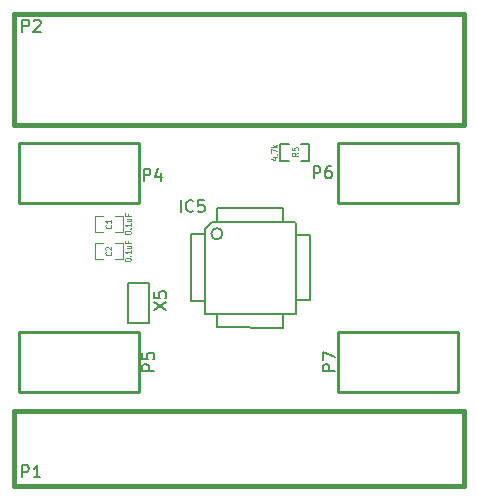
<source format=gto>
G04 (created by PCBNEW (2013-mar-13)-testing) date Tue 23 Sep 2014 12:36:19 PM PDT*
%MOIN*%
G04 Gerber Fmt 3.4, Leading zero omitted, Abs format*
%FSLAX34Y34*%
G01*
G70*
G90*
G04 APERTURE LIST*
%ADD10C,0.005906*%
%ADD11C,0.015000*%
%ADD12C,0.004700*%
%ADD13C,0.006000*%
%ADD14C,0.005000*%
%ADD15C,0.008000*%
%ADD16C,0.010000*%
%ADD17C,0.004500*%
G04 APERTURE END LIST*
G54D10*
G54D11*
X35059Y-35425D02*
X35059Y-32925D01*
X33609Y-35425D02*
X35059Y-35425D01*
X33609Y-32925D02*
X35009Y-32925D01*
X35009Y-32925D02*
X35059Y-32925D01*
X21559Y-32925D02*
X20059Y-32925D01*
X20059Y-32925D02*
X20059Y-35425D01*
X20059Y-35425D02*
X22059Y-35425D01*
X21559Y-32925D02*
X33559Y-32925D01*
X21559Y-35425D02*
X33559Y-35425D01*
X33559Y-19693D02*
X35059Y-19693D01*
X35059Y-19693D02*
X35059Y-19993D01*
X21559Y-19693D02*
X20059Y-19693D01*
X20059Y-19693D02*
X20059Y-19893D01*
X21559Y-23393D02*
X20059Y-23393D01*
X20059Y-23393D02*
X20059Y-19893D01*
X33559Y-23393D02*
X35059Y-23393D01*
X35059Y-23393D02*
X35059Y-19893D01*
X33559Y-23393D02*
X21559Y-23393D01*
X21559Y-19693D02*
X33559Y-19693D01*
G54D12*
X23031Y-26436D02*
X22756Y-26436D01*
X23425Y-26436D02*
X23700Y-26436D01*
X23031Y-26948D02*
X22756Y-26948D01*
X23700Y-26948D02*
X23425Y-26948D01*
X22756Y-26942D02*
X22756Y-26442D01*
X23700Y-26442D02*
X23700Y-26942D01*
X23031Y-27342D02*
X22756Y-27342D01*
X23425Y-27342D02*
X23700Y-27342D01*
X23031Y-27854D02*
X22756Y-27854D01*
X23700Y-27854D02*
X23425Y-27854D01*
X22756Y-27848D02*
X22756Y-27348D01*
X23700Y-27348D02*
X23700Y-27848D01*
G54D13*
X29932Y-29239D02*
X29482Y-29239D01*
X29932Y-27059D02*
X29492Y-27059D01*
X29932Y-29239D02*
X29932Y-27059D01*
X29052Y-29709D02*
X29052Y-30139D01*
X26842Y-29719D02*
X26842Y-30139D01*
X26832Y-30139D02*
X29052Y-30149D01*
X26852Y-26169D02*
X29022Y-26159D01*
X26422Y-26859D02*
X26422Y-29689D01*
X29032Y-26169D02*
X29032Y-26579D01*
X26672Y-26619D02*
X29452Y-26619D01*
X29472Y-29699D02*
X29472Y-26659D01*
X26422Y-29699D02*
X29422Y-29699D01*
X25972Y-27029D02*
X25972Y-29249D01*
X25972Y-29249D02*
X26422Y-29249D01*
X26426Y-26849D02*
X26656Y-26619D01*
X25974Y-27029D02*
X26426Y-27029D01*
X26852Y-26619D02*
X26852Y-26167D01*
X27023Y-27023D02*
G75*
G03X27023Y-27023I-188J0D01*
G74*
G01*
G54D14*
X29232Y-24036D02*
X28954Y-24036D01*
X28954Y-24036D02*
X28954Y-24586D01*
X28954Y-24586D02*
X29232Y-24586D01*
X29904Y-24036D02*
X29626Y-24036D01*
X29904Y-24036D02*
X29904Y-24586D01*
X29904Y-24586D02*
X29626Y-24586D01*
G54D15*
X24566Y-28661D02*
X24566Y-29999D01*
X24566Y-29999D02*
X23858Y-29999D01*
X23858Y-29999D02*
X23858Y-28661D01*
X23858Y-28661D02*
X24566Y-28661D01*
G54D16*
X31874Y-30299D02*
X30874Y-30299D01*
X30874Y-30299D02*
X30874Y-32299D01*
X30874Y-32299D02*
X31874Y-32299D01*
X33874Y-30299D02*
X34874Y-30299D01*
X34874Y-30299D02*
X34874Y-32299D01*
X34874Y-32299D02*
X33874Y-32299D01*
X33874Y-32299D02*
X31874Y-32299D01*
X31874Y-30299D02*
X33874Y-30299D01*
X31874Y-24000D02*
X30874Y-24000D01*
X30874Y-24000D02*
X30874Y-26000D01*
X30874Y-26000D02*
X31874Y-26000D01*
X33874Y-24000D02*
X34874Y-24000D01*
X34874Y-24000D02*
X34874Y-26000D01*
X34874Y-26000D02*
X33874Y-26000D01*
X33874Y-26000D02*
X31874Y-26000D01*
X31874Y-24000D02*
X33874Y-24000D01*
X21244Y-30299D02*
X20244Y-30299D01*
X20244Y-30299D02*
X20244Y-32299D01*
X20244Y-32299D02*
X21244Y-32299D01*
X23244Y-30299D02*
X24244Y-30299D01*
X24244Y-30299D02*
X24244Y-32299D01*
X24244Y-32299D02*
X23244Y-32299D01*
X23244Y-32299D02*
X21244Y-32299D01*
X21244Y-30299D02*
X23244Y-30299D01*
X21244Y-24000D02*
X20244Y-24000D01*
X20244Y-24000D02*
X20244Y-26000D01*
X20244Y-26000D02*
X21244Y-26000D01*
X23244Y-24000D02*
X24244Y-24000D01*
X24244Y-24000D02*
X24244Y-26000D01*
X24244Y-26000D02*
X23244Y-26000D01*
X23244Y-26000D02*
X21244Y-26000D01*
X21244Y-24000D02*
X23244Y-24000D01*
G54D15*
X20344Y-35145D02*
X20344Y-34745D01*
X20497Y-34745D01*
X20535Y-34765D01*
X20554Y-34784D01*
X20573Y-34822D01*
X20573Y-34879D01*
X20554Y-34917D01*
X20535Y-34936D01*
X20497Y-34955D01*
X20344Y-34955D01*
X20954Y-35145D02*
X20725Y-35145D01*
X20840Y-35145D02*
X20840Y-34745D01*
X20801Y-34803D01*
X20763Y-34841D01*
X20725Y-34860D01*
X20354Y-20290D02*
X20354Y-19890D01*
X20507Y-19890D01*
X20545Y-19910D01*
X20564Y-19929D01*
X20583Y-19967D01*
X20583Y-20024D01*
X20564Y-20062D01*
X20545Y-20081D01*
X20507Y-20100D01*
X20354Y-20100D01*
X20735Y-19929D02*
X20754Y-19910D01*
X20792Y-19890D01*
X20888Y-19890D01*
X20926Y-19910D01*
X20945Y-19929D01*
X20964Y-19967D01*
X20964Y-20005D01*
X20945Y-20062D01*
X20716Y-20290D01*
X20964Y-20290D01*
G54D17*
X23299Y-26722D02*
X23309Y-26731D01*
X23318Y-26757D01*
X23318Y-26774D01*
X23309Y-26800D01*
X23290Y-26817D01*
X23271Y-26825D01*
X23233Y-26834D01*
X23204Y-26834D01*
X23166Y-26825D01*
X23147Y-26817D01*
X23128Y-26800D01*
X23118Y-26774D01*
X23118Y-26757D01*
X23128Y-26731D01*
X23137Y-26722D01*
X23318Y-26551D02*
X23318Y-26654D01*
X23318Y-26602D02*
X23118Y-26602D01*
X23147Y-26620D01*
X23166Y-26637D01*
X23175Y-26654D01*
X23768Y-26988D02*
X23768Y-26971D01*
X23778Y-26954D01*
X23787Y-26945D01*
X23806Y-26937D01*
X23845Y-26928D01*
X23892Y-26928D01*
X23930Y-26937D01*
X23949Y-26945D01*
X23959Y-26954D01*
X23968Y-26971D01*
X23968Y-26988D01*
X23959Y-27005D01*
X23949Y-27014D01*
X23930Y-27022D01*
X23892Y-27031D01*
X23845Y-27031D01*
X23806Y-27022D01*
X23787Y-27014D01*
X23778Y-27005D01*
X23768Y-26988D01*
X23949Y-26851D02*
X23959Y-26842D01*
X23968Y-26851D01*
X23959Y-26860D01*
X23949Y-26851D01*
X23968Y-26851D01*
X23968Y-26671D02*
X23968Y-26774D01*
X23968Y-26722D02*
X23768Y-26722D01*
X23797Y-26740D01*
X23816Y-26757D01*
X23825Y-26774D01*
X23835Y-26517D02*
X23968Y-26517D01*
X23835Y-26594D02*
X23940Y-26594D01*
X23959Y-26585D01*
X23968Y-26568D01*
X23968Y-26542D01*
X23959Y-26525D01*
X23949Y-26517D01*
X23864Y-26371D02*
X23864Y-26431D01*
X23968Y-26431D02*
X23768Y-26431D01*
X23768Y-26345D01*
X23299Y-27628D02*
X23309Y-27636D01*
X23318Y-27662D01*
X23318Y-27679D01*
X23309Y-27705D01*
X23290Y-27722D01*
X23271Y-27731D01*
X23233Y-27739D01*
X23204Y-27739D01*
X23166Y-27731D01*
X23147Y-27722D01*
X23128Y-27705D01*
X23118Y-27679D01*
X23118Y-27662D01*
X23128Y-27636D01*
X23137Y-27628D01*
X23137Y-27559D02*
X23128Y-27551D01*
X23118Y-27534D01*
X23118Y-27491D01*
X23128Y-27474D01*
X23137Y-27465D01*
X23156Y-27456D01*
X23175Y-27456D01*
X23204Y-27465D01*
X23318Y-27568D01*
X23318Y-27456D01*
X23768Y-27894D02*
X23768Y-27876D01*
X23778Y-27859D01*
X23787Y-27851D01*
X23806Y-27842D01*
X23845Y-27834D01*
X23892Y-27834D01*
X23930Y-27842D01*
X23949Y-27851D01*
X23959Y-27859D01*
X23968Y-27876D01*
X23968Y-27894D01*
X23959Y-27911D01*
X23949Y-27919D01*
X23930Y-27928D01*
X23892Y-27936D01*
X23845Y-27936D01*
X23806Y-27928D01*
X23787Y-27919D01*
X23778Y-27911D01*
X23768Y-27894D01*
X23949Y-27756D02*
X23959Y-27748D01*
X23968Y-27756D01*
X23959Y-27765D01*
X23949Y-27756D01*
X23968Y-27756D01*
X23968Y-27576D02*
X23968Y-27679D01*
X23968Y-27628D02*
X23768Y-27628D01*
X23797Y-27645D01*
X23816Y-27662D01*
X23825Y-27679D01*
X23835Y-27422D02*
X23968Y-27422D01*
X23835Y-27499D02*
X23940Y-27499D01*
X23959Y-27491D01*
X23968Y-27474D01*
X23968Y-27448D01*
X23959Y-27431D01*
X23949Y-27422D01*
X23864Y-27276D02*
X23864Y-27336D01*
X23968Y-27336D02*
X23768Y-27336D01*
X23768Y-27251D01*
G54D15*
X25623Y-26295D02*
X25623Y-25895D01*
X26042Y-26257D02*
X26023Y-26276D01*
X25966Y-26295D01*
X25927Y-26295D01*
X25870Y-26276D01*
X25832Y-26238D01*
X25813Y-26200D01*
X25794Y-26124D01*
X25794Y-26067D01*
X25813Y-25991D01*
X25832Y-25953D01*
X25870Y-25915D01*
X25927Y-25895D01*
X25966Y-25895D01*
X26023Y-25915D01*
X26042Y-25934D01*
X26404Y-25895D02*
X26213Y-25895D01*
X26194Y-26086D01*
X26213Y-26067D01*
X26251Y-26048D01*
X26347Y-26048D01*
X26385Y-26067D01*
X26404Y-26086D01*
X26423Y-26124D01*
X26423Y-26219D01*
X26404Y-26257D01*
X26385Y-26276D01*
X26347Y-26295D01*
X26251Y-26295D01*
X26213Y-26276D01*
X26194Y-26257D01*
G54D17*
X29543Y-24316D02*
X29449Y-24376D01*
X29543Y-24418D02*
X29346Y-24418D01*
X29346Y-24350D01*
X29355Y-24333D01*
X29365Y-24324D01*
X29383Y-24316D01*
X29411Y-24316D01*
X29430Y-24324D01*
X29440Y-24333D01*
X29449Y-24350D01*
X29449Y-24418D01*
X29346Y-24153D02*
X29346Y-24238D01*
X29440Y-24247D01*
X29430Y-24238D01*
X29421Y-24221D01*
X29421Y-24178D01*
X29430Y-24161D01*
X29440Y-24153D01*
X29458Y-24144D01*
X29505Y-24144D01*
X29524Y-24153D01*
X29533Y-24161D01*
X29543Y-24178D01*
X29543Y-24221D01*
X29533Y-24238D01*
X29524Y-24247D01*
X28717Y-24478D02*
X28850Y-24478D01*
X28641Y-24521D02*
X28783Y-24563D01*
X28783Y-24452D01*
X28831Y-24383D02*
X28841Y-24375D01*
X28850Y-24383D01*
X28841Y-24392D01*
X28831Y-24383D01*
X28850Y-24383D01*
X28650Y-24315D02*
X28650Y-24195D01*
X28850Y-24272D01*
X28850Y-24126D02*
X28650Y-24126D01*
X28774Y-24109D02*
X28850Y-24058D01*
X28717Y-24058D02*
X28793Y-24126D01*
G54D15*
X24741Y-29575D02*
X25141Y-29309D01*
X24741Y-29309D02*
X25141Y-29575D01*
X24741Y-28966D02*
X24741Y-29156D01*
X24932Y-29175D01*
X24913Y-29156D01*
X24893Y-29118D01*
X24893Y-29023D01*
X24913Y-28985D01*
X24932Y-28966D01*
X24970Y-28947D01*
X25065Y-28947D01*
X25103Y-28966D01*
X25122Y-28985D01*
X25141Y-29023D01*
X25141Y-29118D01*
X25122Y-29156D01*
X25103Y-29175D01*
X30771Y-31594D02*
X30371Y-31594D01*
X30371Y-31442D01*
X30390Y-31403D01*
X30409Y-31384D01*
X30447Y-31365D01*
X30504Y-31365D01*
X30542Y-31384D01*
X30561Y-31403D01*
X30581Y-31442D01*
X30581Y-31594D01*
X30371Y-31232D02*
X30371Y-30965D01*
X30771Y-31137D01*
X30059Y-25180D02*
X30059Y-24780D01*
X30211Y-24780D01*
X30249Y-24800D01*
X30268Y-24819D01*
X30287Y-24857D01*
X30287Y-24914D01*
X30268Y-24952D01*
X30249Y-24971D01*
X30211Y-24990D01*
X30059Y-24990D01*
X30630Y-24780D02*
X30554Y-24780D01*
X30516Y-24800D01*
X30497Y-24819D01*
X30459Y-24876D01*
X30440Y-24952D01*
X30440Y-25104D01*
X30459Y-25142D01*
X30478Y-25161D01*
X30516Y-25180D01*
X30592Y-25180D01*
X30630Y-25161D01*
X30649Y-25142D01*
X30668Y-25104D01*
X30668Y-25009D01*
X30649Y-24971D01*
X30630Y-24952D01*
X30592Y-24933D01*
X30516Y-24933D01*
X30478Y-24952D01*
X30459Y-24971D01*
X30440Y-25009D01*
X24747Y-31594D02*
X24347Y-31594D01*
X24347Y-31442D01*
X24366Y-31403D01*
X24385Y-31384D01*
X24424Y-31365D01*
X24481Y-31365D01*
X24519Y-31384D01*
X24538Y-31403D01*
X24557Y-31442D01*
X24557Y-31594D01*
X24347Y-31003D02*
X24347Y-31194D01*
X24538Y-31213D01*
X24519Y-31194D01*
X24500Y-31156D01*
X24500Y-31061D01*
X24519Y-31023D01*
X24538Y-31003D01*
X24576Y-30984D01*
X24671Y-30984D01*
X24709Y-31003D01*
X24728Y-31023D01*
X24747Y-31061D01*
X24747Y-31156D01*
X24728Y-31194D01*
X24709Y-31213D01*
X24389Y-25259D02*
X24389Y-24859D01*
X24542Y-24859D01*
X24580Y-24878D01*
X24599Y-24897D01*
X24618Y-24935D01*
X24618Y-24993D01*
X24599Y-25031D01*
X24580Y-25050D01*
X24542Y-25069D01*
X24389Y-25069D01*
X24961Y-24993D02*
X24961Y-25259D01*
X24865Y-24840D02*
X24770Y-25126D01*
X25018Y-25126D01*
M02*

</source>
